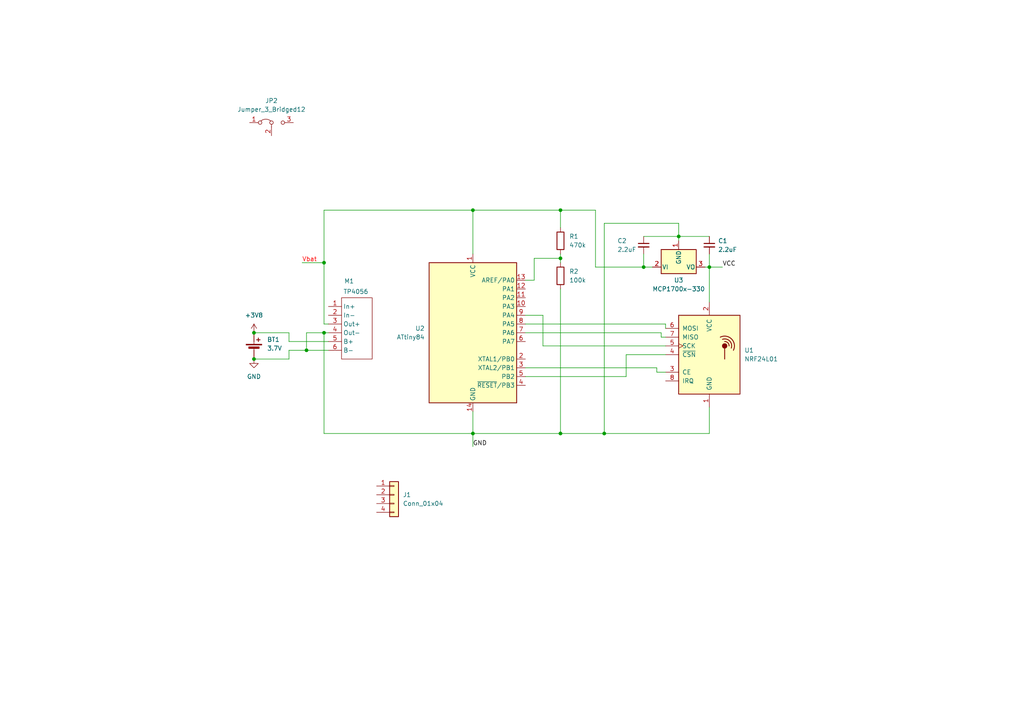
<source format=kicad_sch>
(kicad_sch (version 20250114) (generator "eeschema") (generator_version "9.0")
  (paper "A4")
  (title_block (title "nRF24 LED Strip Controller") (date "2025-12-19") (rev "1.0"))
  (lib_symbols
    (symbol "Connector_Generic:Conn_01x04" (pin_names (offset 1.016) (hide yes))
      (property "Reference" "J" (at 0 5.08 0))
      (property "Value" "Conn_01x04" (at 0 -7.62 0))
      (symbol "Conn_01x04_1_1"
        (rectangle (start -1.27 3.81) (end 1.27 -6.35) (stroke (width 0.254)) (fill (type background)))
        (rectangle (start -1.27 2.667) (end 0 2.413) (stroke (width 0.1524)))
        (rectangle (start -1.27 0.127) (end 0 -0.127) (stroke (width 0.1524)))
        (rectangle (start -1.27 -2.413) (end 0 -2.667) (stroke (width 0.1524)))
        (rectangle (start -1.27 -4.953) (end 0 -5.207) (stroke (width 0.1524)))
        (pin passive line (at -5.08 2.54 0) (length 3.81) (name "Pin_1") (number "1"))
        (pin passive line (at -5.08 0 0) (length 3.81) (name "Pin_2") (number "2"))
        (pin passive line (at -5.08 -2.54 0) (length 3.81) (name "Pin_3") (number "3"))
        (pin passive line (at -5.08 -5.08 0) (length 3.81) (name "Pin_4") (number "4"))
      )
    )
    (symbol "Device:C_Small" (pin_numbers (hide yes)) (pin_names (offset 0.254) (hide yes))
      (property "Reference" "C" (at 0.254 1.778 0))
      (property "Value" "C_Small" (at 0.254 -2.032 0))
      (symbol "C_Small_0_1"
        (polyline (pts (xy -1.524 0.508) (xy 1.524 0.508)) (stroke (width 0.3048)))
        (polyline (pts (xy -1.524 -0.508) (xy 1.524 -0.508)) (stroke (width 0.3302)))
      )
      (symbol "C_Small_1_1"
        (pin passive line (at 0 2.54 270) (length 2.032) (name "~") (number "1"))
        (pin passive line (at 0 -2.54 90) (length 2.032) (name "~") (number "2"))
      )
    )
    (symbol "Device:R" (pin_numbers (hide yes)) (pin_names (offset 0))
      (property "Reference" "R" (at 2.032 0 90))
      (property "Value" "R" (at 0 0 90))
      (symbol "R_0_1"
        (rectangle (start -1.016 -2.54) (end 1.016 2.54) (stroke (width 0.254)))
      )
      (symbol "R_1_1"
        (pin passive line (at 0 3.81 270) (length 1.27) (name "~") (number "1"))
        (pin passive line (at 0 -3.81 90) (length 1.27) (name "~") (number "2"))
      )
    )
    (symbol "Jumper:Jumper_3_Bridged12" (pin_names (offset 0) (hide yes)) (in_bom no)
      (property "Reference" "JP" (at -2.54 -2.54 0))
      (property "Value" "Jumper_3_Bridged12" (at 0 2.794 0))
      (symbol "Jumper_3_Bridged12_0_0"
        (circle (center -3.302 0) (radius 0.508))
        (circle (center 0 0) (radius 0.508))
        (circle (center 3.302 0) (radius 0.508))
      )
      (symbol "Jumper_3_Bridged12_0_1"
        (arc (start -3.048 0.508) (mid -1.651 0.9912) (end -0.254 0.508))
        (polyline (pts (xy 0 -1.27) (xy 0 -0.508)))
      )
      (symbol "Jumper_3_Bridged12_1_1"
        (pin passive line (at -6.35 0 0) (length 2.54) (name "A") (number "1"))
        (pin passive line (at 0 -3.81 90) (length 2.54) (name "C") (number "2"))
        (pin passive line (at 6.35 0 180) (length 2.54) (name "B") (number "3"))
      )
    )
    (symbol "MCU_Microchip_ATtiny:ATtiny84A-P"
      (property "Reference" "U" (at -12.7 21.59 0))
      (property "Value" "ATtiny84A-P" (at 2.54 -21.59 0))
      (symbol "ATtiny84A-P_0_1"
        (rectangle (start -12.7 -20.32) (end 12.7 20.32) (stroke (width 0.254)) (fill (type background)))
      )
      (symbol "ATtiny84A-P_1_1"
        (pin power_in line (at 0 22.86 270) (length 2.54) (name "VCC") (number "1"))
        (pin power_in line (at 0 -22.86 90) (length 2.54) (name "GND") (number "14"))
        (pin bidirectional line (at 15.24 15.24 180) (length 2.54) (name "AREF/PA0") (number "13"))
        (pin bidirectional line (at 15.24 12.7 180) (length 2.54) (name "PA1") (number "12"))
        (pin bidirectional line (at 15.24 10.16 180) (length 2.54) (name "PA2") (number "11"))
        (pin bidirectional line (at 15.24 7.62 180) (length 2.54) (name "PA3") (number "10"))
        (pin bidirectional line (at 15.24 5.08 180) (length 2.54) (name "PA4") (number "9"))
        (pin bidirectional line (at 15.24 2.54 180) (length 2.54) (name "PA5") (number "8"))
        (pin bidirectional line (at 15.24 0 180) (length 2.54) (name "PA6") (number "7"))
        (pin bidirectional line (at 15.24 -2.54 180) (length 2.54) (name "PA7") (number "6"))
        (pin bidirectional line (at 15.24 -7.62 180) (length 2.54) (name "XTAL1/PB0") (number "2"))
        (pin bidirectional line (at 15.24 -10.16 180) (length 2.54) (name "XTAL2/PB1") (number "3"))
        (pin bidirectional line (at 15.24 -12.7 180) (length 2.54) (name "PB2") (number "5"))
        (pin bidirectional line (at 15.24 -15.24 180) (length 2.54) (name "~{RESET}/PB3") (number "4"))
      )
    )
    (symbol "RF:NRF24L01_Breakout" (pin_names (offset 1.016))
      (property "Reference" "U" (at -8.89 12.7 0))
      (property "Value" "NRF24L01_Breakout" (at 3.81 12.7 0))
      (symbol "NRF24L01_Breakout_0_1"
        (rectangle (start -8.89 11.43) (end 8.89 -11.43) (stroke (width 0.254)) (fill (type background)))
        (arc (start 3.175 5.08) (mid 6.453 4.548) (end 6.985 1.27) (stroke (width 0.254)))
        (circle (center 4.445 2.54) (radius 0.635) (stroke (width 0.254)) (fill (type outline)))
        (polyline (pts (xy 4.445 1.905) (xy 4.445 -1.27)) (stroke (width 0.254)))
        (arc (start 3.81 4.445) (mid 5.8835 3.9785) (end 6.35 1.905) (stroke (width 0.254)))
        (arc (start 4.445 3.81) (mid 5.3558 3.4508) (end 5.715 2.54) (stroke (width 0.254)))
      )
      (symbol "NRF24L01_Breakout_1_1"
        (pin input line (at -12.7 7.62 0) (length 3.81) (name "MOSI") (number "6"))
        (pin output line (at -12.7 5.08 0) (length 3.81) (name "MISO") (number "7"))
        (pin input clock (at -12.7 2.54 0) (length 3.81) (name "SCK") (number "5"))
        (pin input line (at -12.7 0 0) (length 3.81) (name "~{CSN}") (number "4"))
        (pin input line (at -12.7 -5.08 0) (length 3.81) (name "CE") (number "3"))
        (pin output line (at -12.7 -7.62 0) (length 3.81) (name "IRQ") (number "8"))
        (pin power_in line (at 0 15.24 270) (length 3.81) (name "VCC") (number "2"))
        (pin power_in line (at 0 -15.24 90) (length 3.81) (name "GND") (number "1"))
      )
    )
    (symbol "Regulator_Linear:MCP1700x-330xxTO" (pin_names (offset 0.254))
      (property "Reference" "U" (at -3.81 -3.175 0))
      (property "Value" "MCP1700x-330xxTO" (at 0 -3.175 0))
      (symbol "MCP1700x-330xxTO_0_1"
        (rectangle (start -5.08 5.08) (end 5.08 -1.905) (stroke (width 0.254)) (fill (type background)))
      )
      (symbol "MCP1700x-330xxTO_1_1"
        (pin power_in line (at -7.62 0 0) (length 2.54) (name "VI") (number "2"))
        (pin power_in line (at 0 7.62 270) (length 2.54) (name "GND") (number "1"))
        (pin power_out line (at 7.62 0 180) (length 2.54) (name "VO") (number "3"))
      )
    )
    (symbol "hagego:Battery_Cell" (pin_numbers (hide yes)) (pin_names (offset 0) (hide yes))
      (property "Reference" "BT" (at 2.54 2.54 0))
      (property "Value" "Battery_Cell" (at 2.54 0 0))
      (symbol "Battery_Cell_0_1"
        (rectangle (start -2.286 1.778) (end 2.286 1.524) (fill (type outline)))
        (rectangle (start -1.524 1.016) (end 1.524 0.508) (fill (type outline)))
        (polyline (pts (xy 0 1.778) (xy 0 2.54)))
        (polyline (pts (xy 0 0.762) (xy 0 0)))
        (polyline (pts (xy 0.762 3.048) (xy 1.778 3.048)) (stroke (width 0.254)))
        (polyline (pts (xy 1.27 3.556) (xy 1.27 2.54)) (stroke (width 0.254)))
      )
      (symbol "Battery_Cell_1_1"
        (pin power_out line (at 0 5.08 270) (length 2.54) (name "+") (number "1"))
        (pin power_out line (at 0 -2.54 90) (length 2.54) (name "-") (number "2"))
      )
    )
    (symbol "hagego:TP4056_Module" (exclude_from_sim yes)
      (property "Reference" "M" (at 6.35 7.62 0))
      (symbol "TP4056_Module_0_1"
        (rectangle (start 1.27 8.89) (end 10.16 -8.89))
      )
      (symbol "TP4056_Module_1_1"
        (pin power_in line (at -2.54 6.35 0) (length 3.81) (name "In+") (number "1"))
        (pin power_in line (at -2.54 3.81 0) (length 3.81) (name "In-") (number "2"))
        (pin power_out line (at -2.54 1.27 0) (length 3.81) (name "Out+") (number "3"))
        (pin power_out line (at -2.54 -1.27 0) (length 3.81) (name "Out-") (number "4"))
        (pin power_in line (at -2.54 -3.81 0) (length 3.81) (name "B+") (number "5"))
        (pin power_in line (at -2.54 -6.35 0) (length 3.81) (name "B-") (number "6"))
      )
    )
    (symbol "power:+3V8" (power) (pin_numbers (hide yes)) (pin_names (offset 0) (hide yes))
      (property "Value" "+3V8" (at 0 3.556 0))
      (symbol "+3V8_0_1"
        (polyline (pts (xy -0.762 1.27) (xy 0 2.54)))
        (polyline (pts (xy 0 2.54) (xy 0.762 1.27)))
        (polyline (pts (xy 0 0) (xy 0 2.54)))
      )
      (symbol "+3V8_1_1"
        (pin power_in line (at 0 0 90) (length 0) (name "~") (number "1"))
      )
    )
    (symbol "power:GND" (power) (pin_numbers (hide yes)) (pin_names (offset 0) (hide yes))
      (property "Value" "GND" (at 0 -3.81 0))
      (symbol "GND_0_1"
        (polyline (pts (xy 0 0) (xy 0 -1.27) (xy 1.27 -1.27) (xy 0 -2.54) (xy -1.27 -1.27) (xy 0 -1.27)))
      )
      (symbol "GND_1_1"
        (pin power_in line (at 0 0 270) (length 0) (name "~") (number "1"))
      )
    )
  )
  (junction (at 73.66 96.52))
  (junction (at 205.74 77.47))
  (junction (at 73.66 104.14))
  (junction (at 162.56 74.93))
  (junction (at 137.16 60.96))
  (junction (at 186.69 77.47))
  (junction (at 88.9 101.6))
  (junction (at 162.56 60.96))
  (junction (at 175.26 125.73))
  (junction (at 93.98 76.2))
  (junction (at 137.16 125.73))
  (junction (at 162.56 125.73))
  (junction (at 196.85 68.58))
  (junction (at 93.98 96.52))
  (wire (pts (xy 83.82 101.6) (xy 88.9 101.6)))
  (wire (pts (xy 162.56 60.96) (xy 162.56 66.04)))
  (wire (pts (xy 193.04 93.98) (xy 152.4 93.98)))
  (wire (pts (xy 93.98 96.52) (xy 95.25 96.52)))
  (wire (pts (xy 175.26 64.77) (xy 196.85 64.77)))
  (wire (pts (xy 204.47 77.47) (xy 205.74 77.47)))
  (wire (pts (xy 196.85 64.77) (xy 196.85 68.58)))
  (wire (pts (xy 137.16 119.38) (xy 137.16 125.73)))
  (wire (pts (xy 154.94 74.93) (xy 154.94 81.28)))
  (wire (pts (xy 205.74 73.66) (xy 205.74 77.47)))
  (wire (pts (xy 154.94 74.93) (xy 162.56 74.93)))
  (wire (pts (xy 205.74 77.47) (xy 205.74 87.63)))
  (wire (pts (xy 162.56 125.73) (xy 175.26 125.73)))
  (wire (pts (xy 196.85 68.58) (xy 205.74 68.58)))
  (wire (pts (xy 87.63 76.2) (xy 93.98 76.2)))
  (wire (pts (xy 157.48 100.33) (xy 193.04 100.33)))
  (wire (pts (xy 157.48 91.44) (xy 157.48 100.33)))
  (wire (pts (xy 191.77 97.79) (xy 193.04 97.79)))
  (wire (pts (xy 181.61 109.22) (xy 181.61 102.87)))
  (wire (pts (xy 186.69 77.47) (xy 172.72 77.47)))
  (wire (pts (xy 162.56 73.66) (xy 162.56 74.93)))
  (wire (pts (xy 209.55 77.47) (xy 205.74 77.47)))
  (wire (pts (xy 205.74 125.73) (xy 205.74 118.11)))
  (wire (pts (xy 95.25 93.98) (xy 93.98 93.98)))
  (wire (pts (xy 191.77 96.52) (xy 152.4 96.52)))
  (wire (pts (xy 93.98 60.96) (xy 137.16 60.96)))
  (wire (pts (xy 181.61 102.87) (xy 193.04 102.87)))
  (wire (pts (xy 137.16 129.54) (xy 137.16 125.73)))
  (wire (pts (xy 93.98 76.2) (xy 93.98 93.98)))
  (wire (pts (xy 152.4 91.44) (xy 157.48 91.44)))
  (wire (pts (xy 137.16 60.96) (xy 137.16 73.66)))
  (wire (pts (xy 137.16 60.96) (xy 162.56 60.96)))
  (wire (pts (xy 137.16 125.73) (xy 162.56 125.73)))
  (wire (pts (xy 205.74 125.73) (xy 175.26 125.73)))
  (wire (pts (xy 73.66 96.52) (xy 83.82 96.52)))
  (wire (pts (xy 190.5 107.95) (xy 193.04 107.95)))
  (wire (pts (xy 172.72 60.96) (xy 172.72 77.47)))
  (wire (pts (xy 83.82 96.52) (xy 83.82 99.06)))
  (wire (pts (xy 152.4 109.22) (xy 181.61 109.22)))
  (wire (pts (xy 88.9 101.6) (xy 88.9 96.52)))
  (wire (pts (xy 93.98 96.52) (xy 93.98 125.73)))
  (wire (pts (xy 73.66 104.14) (xy 83.82 104.14)))
  (wire (pts (xy 162.56 76.2) (xy 162.56 74.93)))
  (wire (pts (xy 186.69 68.58) (xy 196.85 68.58)))
  (wire (pts (xy 196.85 68.58) (xy 196.85 69.85)))
  (wire (pts (xy 172.72 60.96) (xy 162.56 60.96)))
  (wire (pts (xy 186.69 73.66) (xy 186.69 77.47)))
  (wire (pts (xy 83.82 101.6) (xy 83.82 104.14)))
  (wire (pts (xy 191.77 97.79) (xy 191.77 96.52)))
  (wire (pts (xy 193.04 95.25) (xy 193.04 93.98)))
  (wire (pts (xy 83.82 99.06) (xy 95.25 99.06)))
  (wire (pts (xy 93.98 76.2) (xy 93.98 60.96)))
  (wire (pts (xy 190.5 107.95) (xy 190.5 106.68)))
  (wire (pts (xy 93.98 125.73) (xy 137.16 125.73)))
  (wire (pts (xy 189.23 77.47) (xy 186.69 77.47)))
  (wire (pts (xy 154.94 81.28) (xy 152.4 81.28)))
  (wire (pts (xy 162.56 83.82) (xy 162.56 125.73)))
  (wire (pts (xy 88.9 96.52) (xy 93.98 96.52)))
  (wire (pts (xy 88.9 101.6) (xy 95.25 101.6)))
  (wire (pts (xy 175.26 64.77) (xy 175.26 125.73)))
  (wire (pts (xy 190.5 106.68) (xy 152.4 106.68)))
  (label "Vbat" (at 87.63 76.2 0))
  (label "GND" (at 137.16 129.54 0))
  (label "VCC" (at 209.55 77.47 0))
  (symbol (lib_id "power:GND") (at 73.66 104.14 0) (unit 1)
    (property "Reference" "#PWR02" (effects (hide yes)))
    (property "Value" "GND" (at 73.66 109.22 0))
    (property "Description" "Power symbol creates a global label with name \"GND\" , ground" (effects (hide yes)))
  )
  (symbol (lib_id "Jumper:Jumper_3_Bridged12") (at 78.74 35.56 0) (unit 1) (in_bom no)
    (property "Reference" "JP2" (at 78.74 29.21 0))
    (property "Value" "Jumper_3_Bridged12" (at 78.74 31.75 0))
    (property "Description" "Jumper, 3-pole, pins 1+2 closed/bridged" (effects (hide yes)))
  )
  (symbol (lib_id "Device:R") (at 162.56 69.85 0) (unit 1)
    (property "Reference" "R1" (at 165.1 68.5799 0) (effects (justify left)))
    (property "Value" "470k" (at 165.1 71.1199 0) (effects (justify left)))
    (property "Footprint" "Resistor_THT:R_Axial_DIN0207_L6.3mm_D2.5mm_P10.16mm_Horizontal" (effects (hide yes)))
    (property "Description" "Resistor" (effects (hide yes)))
  )
  (symbol (lib_id "Device:C_Small") (at 186.69 71.12 0) (unit 1)
    (property "Reference" "C2" (at 179.07 69.85 0) (effects (justify left)))
    (property "Value" "2.2uF" (at 179.07 72.39 0) (effects (justify left)))
    (property "Footprint" "Capacitor_THT:C_Disc_D5.0mm_W2.5mm_P5.00mm" (effects (hide yes)))
    (property "Description" "Unpolarized capacitor, small symbol" (effects (hide yes)))
  )
  (symbol (lib_id "power:+3V8") (at 73.66 96.52 0) (unit 1)
    (property "Reference" "#PWR01" (effects (hide yes)))
    (property "Value" "+3V8" (at 73.66 91.44 0))
    (property "Description" "Power symbol creates a global label with name \"+3V8\"" (effects (hide yes)))
  )
  (symbol (lib_id "RF:NRF24L01_Breakout") (at 205.74 102.87 0) (unit 1)
    (property "Reference" "U1" (at 215.9 101.5999 0) (effects (justify left)))
    (property "Value" "NRF24L01" (at 215.9 104.1399 0) (effects (justify left)))
    (property "Footprint" "RF_Module:nRF24L01_Breakout" (effects (hide yes)))
    (property "Datasheet" "http://www.nordicsemi.com/eng/content/download/2730/34105/file/nRF24L01_Product_Specification_v2_0.pdf" (effects (hide yes)))
    (property "Description" "Ultra low power 2.4GHz RF Transceiver, Carrier PCB" (effects (hide yes)))
  )
  (symbol (lib_id "MCU_Microchip_ATtiny:ATtiny84A-P") (at 137.16 96.52 0) (unit 1)
    (property "Reference" "U2" (at 123.19 95.2499 0) (effects (justify right)))
    (property "Value" "ATtiny84" (at 123.19 97.7899 0) (effects (justify right)))
    (property "Footprint" "Package_DIP:DIP-14_W7.62mm_Socket" (effects (hide yes)))
    (property "Datasheet" "http://ww1.microchip.com/downloads/en/DeviceDoc/doc8183.pdf" (effects (hide yes)))
    (property "Description" "20MHz, 8kB Flash, 512B SRAM, 512B EEPROM, debugWIRE, DIP-14" (effects (hide yes)))
  )
  (symbol (lib_id "hagego:TP4056_Module") (at 97.79 95.25 0) (unit 1) (exclude_from_sim yes)
    (property "Reference" "M1" (at 99.822 81.534 0) (effects (justify left)))
    (property "Value" "TP4056" (at 99.568 84.582 0) (effects (justify left)))
    (property "Footprint" "KiCad Library:TP4056-18650" (effects (hide yes)))
    (property "Description" "TP4056 Battery Charger Module" (effects (hide yes)))
  )
  (symbol (lib_id "Device:R") (at 162.56 80.01 0) (unit 1)
    (property "Reference" "R2" (at 165.1 78.7399 0) (effects (justify left)))
    (property "Value" "100k" (at 165.1 81.2799 0) (effects (justify left)))
    (property "Footprint" "Resistor_THT:R_Axial_DIN0207_L6.3mm_D2.5mm_P10.16mm_Horizontal" (effects (hide yes)))
    (property "Description" "Resistor" (effects (hide yes)))
  )
  (symbol (lib_id "Device:C_Small") (at 205.74 71.12 0) (unit 1)
    (property "Reference" "C1" (at 208.28 69.8562 0) (effects (justify left)))
    (property "Value" "2.2uF" (at 208.28 72.3962 0) (effects (justify left)))
    (property "Footprint" "Capacitor_THT:C_Disc_D5.0mm_W2.5mm_P5.00mm" (effects (hide yes)))
    (property "Description" "Unpolarized capacitor, small symbol" (effects (hide yes)))
  )
  (symbol (lib_id "hagego:Battery_Cell") (at 73.66 101.6 0) (unit 1)
    (property "Reference" "BT1" (at 77.47 98.4884 0) (effects (justify left)))
    (property "Value" "3.7V" (at 77.47 101.0284 0) (effects (justify left)))
    (property "Footprint" "hagego:JST_XH_1x02_P2.54" (effects (hide yes)))
    (property "Description" "Single-cell battery" (effects (hide yes)))
  )
  (symbol (lib_id "Regulator_Linear:MCP1700x-330xxTO") (at 196.85 77.47 0) (unit 1)
    (property "Reference" "U3" (at 196.85 81.28 0))
    (property "Value" "MCP1700x-330" (at 196.85 83.82 0))
    (property "Footprint" "Package_TO_SOT_THT:TO-92_HandSolder" (effects (hide yes)))
    (property "Datasheet" "http://ww1.microchip.com/downloads/en/DeviceDoc/20001826D.pdf" (effects (hide yes)))
    (property "Description" "250mA Low Quiscent Current LDO, 3.3V output, TO-92" (effects (hide yes)))
  )
  (symbol (lib_id "Connector_Generic:Conn_01x04") (at 114.3 143.51 0) (unit 1)
    (property "Reference" "J1" (at 116.84 143.5099 0) (effects (justify left)))
    (property "Value" "Conn_01x04" (at 116.84 146.0499 0) (effects (justify left)))
    (property "Footprint" "hagego:JST_XH_1x04_P2.54" (effects (hide yes)))
    (property "Description" "Generic connector, single row, 01x04, script generated (kicad-library-utils/schlib/autogen/connector/)" (effects (hide yes)))
  )
)
</source>
